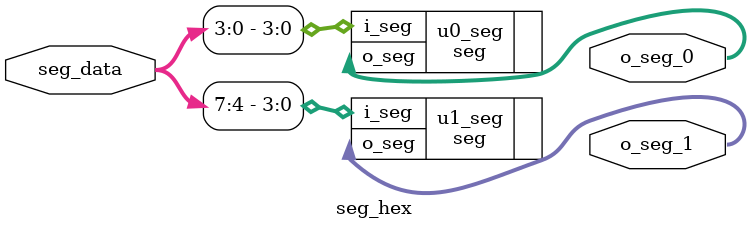
<source format=v>
module seg_hex(
    input	[7:0]	seg_data,
    output reg 	[7:0] 	o_seg_0, o_seg_1
);
    
    seg u0_seg (.i_seg(seg_data[3:0]), .o_seg(o_seg_0));
    seg u1_seg (.i_seg(seg_data[7:4]), .o_seg(o_seg_1));
endmodule

</source>
